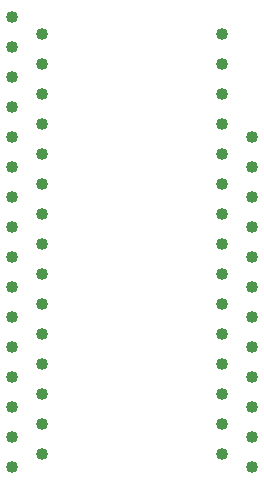
<source format=gbr>
%TF.GenerationSoftware,Altium Limited,Altium Designer,22.11.1 (43)*%
G04 Layer_Color=0*
%FSLAX45Y45*%
%MOMM*%
%TF.SameCoordinates,003A0D21-0A85-4CB2-A7D7-273B0D73F9A5*%
%TF.FilePolarity,Positive*%
%TF.FileFunction,Plated,1,2,PTH,Drill*%
%TF.Part,Single*%
G01*
G75*
%TA.AperFunction,ComponentDrill*%
%ADD22C,1.01600*%
%ADD23C,1.02000*%
D22*
X11188700Y6908800D02*
D03*
Y7162800D02*
D03*
Y7416800D02*
D03*
Y7670800D02*
D03*
Y7924800D02*
D03*
Y8178800D02*
D03*
Y8432800D02*
D03*
Y8686800D02*
D03*
Y8940800D02*
D03*
Y9194800D02*
D03*
Y9448800D02*
D03*
Y9702800D02*
D03*
Y9956800D02*
D03*
Y10210800D02*
D03*
Y10464800D02*
D03*
X9664700D02*
D03*
Y10210800D02*
D03*
Y9956800D02*
D03*
Y9702800D02*
D03*
Y9448800D02*
D03*
Y9194800D02*
D03*
Y8940800D02*
D03*
Y8686800D02*
D03*
Y8432800D02*
D03*
Y8178800D02*
D03*
Y7924800D02*
D03*
Y7670800D02*
D03*
Y7416800D02*
D03*
Y7162800D02*
D03*
Y6908800D02*
D03*
D23*
X9410700Y6794500D02*
D03*
X11442700Y9588500D02*
D03*
Y9334500D02*
D03*
Y9080500D02*
D03*
Y8826500D02*
D03*
Y8572500D02*
D03*
Y8318500D02*
D03*
Y8064500D02*
D03*
Y7810500D02*
D03*
Y7556500D02*
D03*
Y7302500D02*
D03*
Y7048500D02*
D03*
Y6794500D02*
D03*
X9410700Y7048500D02*
D03*
Y7302500D02*
D03*
Y7556500D02*
D03*
Y7810500D02*
D03*
Y8064500D02*
D03*
Y8318500D02*
D03*
Y8572500D02*
D03*
Y8826500D02*
D03*
Y9080500D02*
D03*
Y9334500D02*
D03*
Y9588500D02*
D03*
Y9842500D02*
D03*
Y10096500D02*
D03*
Y10350500D02*
D03*
Y10604500D02*
D03*
%TF.MD5,9263d444c233889c4f2595836ee406c0*%
M02*

</source>
